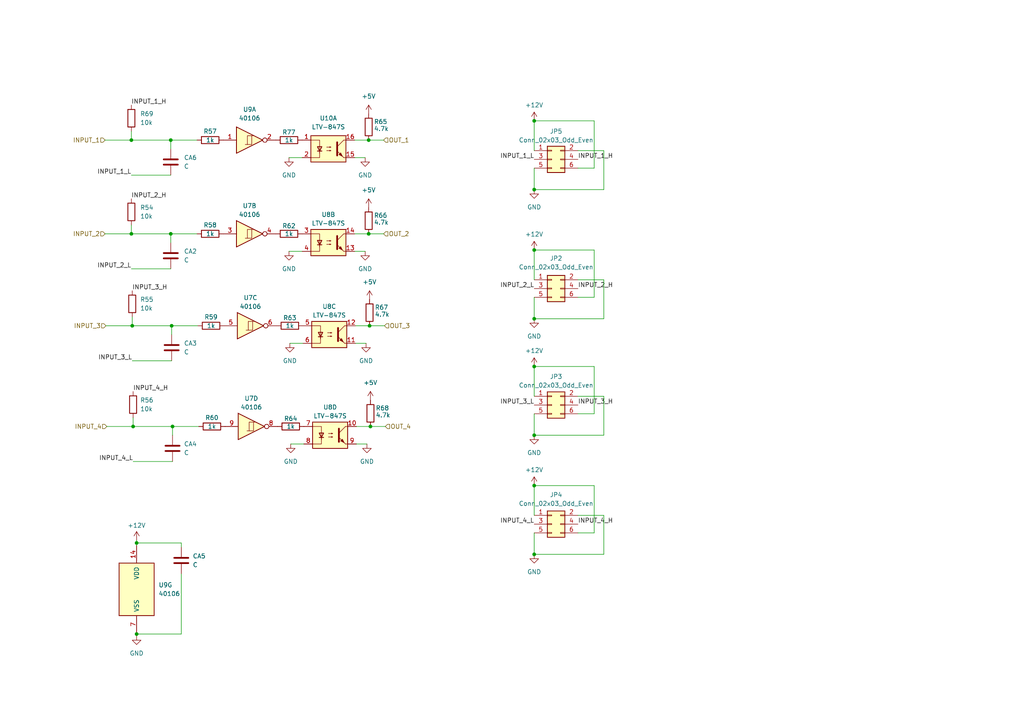
<source format=kicad_sch>
(kicad_sch (version 20230121) (generator eeschema)
  (paper "A4")
  (lib_symbols
    (symbol "4xxx:40106" (pin_names (offset 1.016))
      (property "Reference" "U" (at 0 1.27 0))
      (property "Value" "40106" (at 0 -1.27 0))
      (symbol "40106_1_0"
        (polyline (pts (xy -0.635 -1.27) (xy -0.635 1.27) (xy 0.635 1.27)))
        (polyline (pts (xy -3.81 3.81) (xy -3.81 -3.81) (xy 3.81 0) (xy -3.81 3.81)) (stroke (width 0.254)) (fill (type background)))
        (polyline (pts (xy -1.27 -1.27) (xy 0.635 -1.27) (xy 0.635 1.27) (xy 1.27 1.27)))
        (pin input line (at -7.62 0 0) (length 3.81) (name "~") (number "1"))
        (pin output inverted (at 7.62 0 180) (length 3.81) (name "~") (number "2"))
      )
      (symbol "40106_2_0"
        (polyline (pts (xy -0.635 -1.27) (xy -0.635 1.27) (xy 0.635 1.27)))
        (polyline (pts (xy -3.81 3.81) (xy -3.81 -3.81) (xy 3.81 0) (xy -3.81 3.81)) (stroke (width 0.254)) (fill (type background)))
        (polyline (pts (xy -1.27 -1.27) (xy 0.635 -1.27) (xy 0.635 1.27) (xy 1.27 1.27)))
        (pin input line (at -7.62 0 0) (length 3.81) (name "~") (number "3"))
        (pin output inverted (at 7.62 0 180) (length 3.81) (name "~") (number "4"))
      )
      (symbol "40106_3_0"
        (polyline (pts (xy -0.635 -1.27) (xy -0.635 1.27) (xy 0.635 1.27)))
        (polyline (pts (xy -3.81 3.81) (xy -3.81 -3.81) (xy 3.81 0) (xy -3.81 3.81)) (stroke (width 0.254)) (fill (type background)))
        (polyline (pts (xy -1.27 -1.27) (xy 0.635 -1.27) (xy 0.635 1.27) (xy 1.27 1.27)))
        (pin input line (at -7.62 0 0) (length 3.81) (name "~") (number "5"))
        (pin output inverted (at 7.62 0 180) (length 3.81) (name "~") (number "6"))
      )
      (symbol "40106_4_0"
        (polyline (pts (xy -0.635 -1.27) (xy -0.635 1.27) (xy 0.635 1.27)))
        (polyline (pts (xy -3.81 3.81) (xy -3.81 -3.81) (xy 3.81 0) (xy -3.81 3.81)) (stroke (width 0.254)) (fill (type background)))
        (polyline (pts (xy -1.27 -1.27) (xy 0.635 -1.27) (xy 0.635 1.27) (xy 1.27 1.27)))
        (pin output inverted (at 7.62 0 180) (length 3.81) (name "~") (number "8"))
        (pin input line (at -7.62 0 0) (length 3.81) (name "~") (number "9"))
      )
      (symbol "40106_5_0"
        (polyline (pts (xy -0.635 -1.27) (xy -0.635 1.27) (xy 0.635 1.27)))
        (polyline (pts (xy -3.81 3.81) (xy -3.81 -3.81) (xy 3.81 0) (xy -3.81 3.81)) (stroke (width 0.254)) (fill (type background)))
        (polyline (pts (xy -1.27 -1.27) (xy 0.635 -1.27) (xy 0.635 1.27) (xy 1.27 1.27)))
        (pin output inverted (at 7.62 0 180) (length 3.81) (name "~") (number "10"))
        (pin input line (at -7.62 0 0) (length 3.81) (name "~") (number "11"))
      )
      (symbol "40106_6_0"
        (polyline (pts (xy -0.635 -1.27) (xy -0.635 1.27) (xy 0.635 1.27)))
        (polyline (pts (xy -3.81 3.81) (xy -3.81 -3.81) (xy 3.81 0) (xy -3.81 3.81)) (stroke (width 0.254)) (fill (type background)))
        (polyline (pts (xy -1.27 -1.27) (xy 0.635 -1.27) (xy 0.635 1.27) (xy 1.27 1.27)))
        (pin output inverted (at 7.62 0 180) (length 3.81) (name "~") (number "12"))
        (pin input line (at -7.62 0 0) (length 3.81) (name "~") (number "13"))
      )
      (symbol "40106_7_0"
        (pin power_in line (at 0 12.7 270) (length 5.08) (name "VDD") (number "14"))
        (pin power_in line (at 0 -12.7 90) (length 5.08) (name "VSS") (number "7"))
      )
      (symbol "40106_7_1"
        (rectangle (start -5.08 7.62) (end 5.08 -7.62) (stroke (width 0.254)) (fill (type background)))
      )
    )
    (symbol "Connector_Generic:Conn_02x03_Odd_Even" (pin_names (offset 1.016) hide)
      (property "Reference" "J" (at 1.27 5.08 0))
      (property "Value" "Conn_02x03_Odd_Even" (at 1.27 -5.08 0))
      (symbol "Conn_02x03_Odd_Even_1_1"
        (rectangle (start -1.27 -2.413) (end 0 -2.667) (stroke (width 0.1524)))
        (rectangle (start -1.27 0.127) (end 0 -0.127) (stroke (width 0.1524)))
        (rectangle (start -1.27 2.667) (end 0 2.413) (stroke (width 0.1524)))
        (rectangle (start -1.27 3.81) (end 3.81 -3.81) (stroke (width 0.254)) (fill (type background)))
        (rectangle (start 3.81 -2.413) (end 2.54 -2.667) (stroke (width 0.1524)))
        (rectangle (start 3.81 0.127) (end 2.54 -0.127) (stroke (width 0.1524)))
        (rectangle (start 3.81 2.667) (end 2.54 2.413) (stroke (width 0.1524)))
        (pin passive line (at -5.08 2.54 0) (length 3.81) (name "Pin_1") (number "1"))
        (pin passive line (at 7.62 2.54 180) (length 3.81) (name "Pin_2") (number "2"))
        (pin passive line (at -5.08 0 0) (length 3.81) (name "Pin_3") (number "3"))
        (pin passive line (at 7.62 0 180) (length 3.81) (name "Pin_4") (number "4"))
        (pin passive line (at -5.08 -2.54 0) (length 3.81) (name "Pin_5") (number "5"))
        (pin passive line (at 7.62 -2.54 180) (length 3.81) (name "Pin_6") (number "6"))
      )
    )
    (symbol "Device:C" (pin_numbers hide) (pin_names (offset 0.254))
      (property "Reference" "C" (at 0.635 2.54 0))
      (property "Value" "C" (at 0.635 -2.54 0))
      (symbol "C_0_1"
        (polyline (pts (xy -2.032 -0.762) (xy 2.032 -0.762)) (stroke (width 0.508)))
        (polyline (pts (xy -2.032 0.762) (xy 2.032 0.762)) (stroke (width 0.508)))
      )
      (symbol "C_1_1"
        (pin passive line (at 0 3.81 270) (length 2.794) (name "~") (number "1"))
        (pin passive line (at 0 -3.81 90) (length 2.794) (name "~") (number "2"))
      )
    )
    (symbol "Device:R" (pin_numbers hide) (pin_names (offset 0))
      (property "Reference" "R" (at 2.032 0 90))
      (property "Value" "R" (at 0 0 90))
      (symbol "R_0_1"
        (rectangle (start -1.016 -2.54) (end 1.016 2.54) (stroke (width 0.254)))
      )
      (symbol "R_1_1"
        (pin passive line (at 0 3.81 270) (length 1.27) (name "~") (number "1"))
        (pin passive line (at 0 -3.81 90) (length 1.27) (name "~") (number "2"))
      )
    )
    (symbol "Isolator:LTV-847S" (pin_names (offset 1.016))
      (property "Reference" "U" (at -3.81 5.08 0))
      (property "Value" "LTV-847S" (at 0 -5.08 0))
      (symbol "LTV-847S_0_1"
        (rectangle (start -5.08 3.81) (end 5.08 -3.81) (stroke (width 0.254)) (fill (type background)))
        (polyline (pts (xy -3.175 -0.635) (xy -1.905 -0.635)) (stroke (width 0.254)))
        (polyline (pts (xy 2.54 0.635) (xy 4.445 2.54)))
        (polyline (pts (xy 4.445 -2.54) (xy 2.54 -0.635)) (fill (type outline)))
        (polyline (pts (xy 4.445 -2.54) (xy 5.08 -2.54)))
        (polyline (pts (xy 4.445 2.54) (xy 5.08 2.54)))
        (polyline (pts (xy -2.54 -0.635) (xy -2.54 -2.54) (xy -5.08 -2.54)))
        (polyline (pts (xy 2.54 1.905) (xy 2.54 -1.905) (xy 2.54 -1.905)) (stroke (width 0.508)))
        (polyline (pts (xy -5.08 2.54) (xy -2.54 2.54) (xy -2.54 -1.27) (xy -2.54 0.635)))
        (polyline (pts (xy -2.54 -0.635) (xy -3.175 0.635) (xy -1.905 0.635) (xy -2.54 -0.635)) (stroke (width 0.254)))
        (polyline (pts (xy -0.508 -0.508) (xy 0.762 -0.508) (xy 0.381 -0.635) (xy 0.381 -0.381) (xy 0.762 -0.508)))
        (polyline (pts (xy -0.508 0.508) (xy 0.762 0.508) (xy 0.381 0.381) (xy 0.381 0.635) (xy 0.762 0.508)))
        (polyline (pts (xy 3.048 -1.651) (xy 3.556 -1.143) (xy 4.064 -2.159) (xy 3.048 -1.651) (xy 3.048 -1.651)) (fill (type outline)))
      )
      (symbol "LTV-847S_1_1"
        (pin passive line (at -7.62 2.54 0) (length 2.54) (name "~") (number "1"))
        (pin passive line (at 7.62 -2.54 180) (length 2.54) (name "~") (number "15"))
        (pin passive line (at 7.62 2.54 180) (length 2.54) (name "~") (number "16"))
        (pin passive line (at -7.62 -2.54 0) (length 2.54) (name "~") (number "2"))
      )
      (symbol "LTV-847S_2_1"
        (pin passive line (at 7.62 -2.54 180) (length 2.54) (name "~") (number "13"))
        (pin passive line (at 7.62 2.54 180) (length 2.54) (name "~") (number "14"))
        (pin passive line (at -7.62 2.54 0) (length 2.54) (name "~") (number "3"))
        (pin passive line (at -7.62 -2.54 0) (length 2.54) (name "~") (number "4"))
      )
      (symbol "LTV-847S_3_1"
        (pin passive line (at 7.62 -2.54 180) (length 2.54) (name "~") (number "11"))
        (pin passive line (at 7.62 2.54 180) (length 2.54) (name "~") (number "12"))
        (pin passive line (at -7.62 2.54 0) (length 2.54) (name "~") (number "5"))
        (pin passive line (at -7.62 -2.54 0) (length 2.54) (name "~") (number "6"))
      )
      (symbol "LTV-847S_4_1"
        (pin passive line (at 7.62 2.54 180) (length 2.54) (name "~") (number "10"))
        (pin passive line (at -7.62 2.54 0) (length 2.54) (name "~") (number "7"))
        (pin passive line (at -7.62 -2.54 0) (length 2.54) (name "~") (number "8"))
        (pin passive line (at 7.62 -2.54 180) (length 2.54) (name "~") (number "9"))
      )
    )
    (symbol "power:+12V" (power) (pin_names (offset 0))
      (property "Value" "+12V" (at 0 3.556 0))
      (symbol "+12V_0_1"
        (polyline (pts (xy -0.762 1.27) (xy 0 2.54)))
        (polyline (pts (xy 0 0) (xy 0 2.54)))
        (polyline (pts (xy 0 2.54) (xy 0.762 1.27)))
      )
      (symbol "+12V_1_1"
        (pin power_in line (at 0 0 90) (length 0) hide (name "+12V") (number "1"))
      )
    )
    (symbol "power:+5V" (power) (pin_names (offset 0))
      (property "Value" "+5V" (at 0 3.556 0))
      (symbol "+5V_0_1"
        (polyline (pts (xy -0.762 1.27) (xy 0 2.54)))
        (polyline (pts (xy 0 0) (xy 0 2.54)))
        (polyline (pts (xy 0 2.54) (xy 0.762 1.27)))
      )
      (symbol "+5V_1_1"
        (pin power_in line (at 0 0 90) (length 0) hide (name "+5V") (number "1"))
      )
    )
    (symbol "power:GND" (power) (pin_names (offset 0))
      (property "Value" "GND" (at 0 -3.81 0))
      (symbol "GND_0_1"
        (polyline (pts (xy 0 0) (xy 0 -1.27) (xy 1.27 -1.27) (xy 0 -2.54) (xy -1.27 -1.27) (xy 0 -1.27)))
      )
      (symbol "GND_1_1"
        (pin power_in line (at 0 0 270) (length 0) hide (name "GND") (number "1"))
      )
    )
  )
  (junction (at 154.94 140.843))
  (junction (at 38.1 67.818))
  (junction (at 154.94 92.456))
  (junction (at 49.53 67.818))
  (junction (at 154.94 54.991))
  (junction (at 50.038 123.698))
  (junction (at 49.784 94.488))
  (junction (at 154.94 160.782))
  (junction (at 154.94 35.052))
  (junction (at 154.94 106.299))
  (junction (at 107.442 123.698))
  (junction (at 38.354 94.488))
  (junction (at 107.188 94.488))
  (junction (at 154.94 126.238))
  (junction (at 106.934 67.818))
  (junction (at 106.934 40.64))
  (junction (at 49.53 40.64))
  (junction (at 39.624 183.896))
  (junction (at 38.608 123.698))
  (junction (at 39.624 157.48))
  (junction (at 154.94 72.517))
  (junction (at 38.1 40.64))
  (wire (pts (xy 38.1 77.978) (xy 49.53 77.978)))
  (wire (pts (xy 103.378 123.698) (xy 107.442 123.698)))
  (wire (pts (xy 154.94 120.015) (xy 154.94 126.238)))
  (wire (pts (xy 57.15 40.64) (xy 49.53 40.64)))
  (wire (pts (xy 30.988 123.698) (xy 38.608 123.698)))
  (wire (pts (xy 39.624 157.48) (xy 52.578 157.48)))
  (wire (pts (xy 106.934 40.64) (xy 111.252 40.64)))
  (wire (pts (xy 172.339 72.517) (xy 154.94 72.517)))
  (wire (pts (xy 167.64 43.688) (xy 175.133 43.688)))
  (wire (pts (xy 172.339 106.299) (xy 154.94 106.299)))
  (wire (pts (xy 154.94 160.782) (xy 175.133 160.782)))
  (wire (pts (xy 39.624 184.404) (xy 39.624 183.896)))
  (wire (pts (xy 154.94 92.456) (xy 175.133 92.456)))
  (wire (pts (xy 154.94 48.768) (xy 154.94 54.991)))
  (wire (pts (xy 175.133 160.782) (xy 175.133 149.479)))
  (wire (pts (xy 84.074 99.568) (xy 87.884 99.568)))
  (wire (pts (xy 39.624 156.718) (xy 39.624 157.48)))
  (wire (pts (xy 172.339 48.768) (xy 172.339 35.052)))
  (wire (pts (xy 49.784 97.028) (xy 49.784 94.488)))
  (wire (pts (xy 84.328 128.778) (xy 88.138 128.778)))
  (wire (pts (xy 38.354 104.648) (xy 49.784 104.648)))
  (wire (pts (xy 102.87 40.64) (xy 106.934 40.64)))
  (wire (pts (xy 38.354 94.488) (xy 38.354 91.948)))
  (wire (pts (xy 107.188 94.488) (xy 111.506 94.488)))
  (wire (pts (xy 39.624 183.896) (xy 39.624 183.642)))
  (wire (pts (xy 49.53 67.818) (xy 38.1 67.818)))
  (wire (pts (xy 167.64 149.479) (xy 175.133 149.479)))
  (wire (pts (xy 102.87 72.898) (xy 105.918 72.898)))
  (wire (pts (xy 30.48 67.818) (xy 38.1 67.818)))
  (wire (pts (xy 83.82 72.898) (xy 87.63 72.898)))
  (wire (pts (xy 38.1 40.64) (xy 38.1 38.1)))
  (wire (pts (xy 103.124 99.568) (xy 106.172 99.568)))
  (wire (pts (xy 83.82 45.72) (xy 87.63 45.72)))
  (wire (pts (xy 167.64 86.233) (xy 172.339 86.233)))
  (wire (pts (xy 172.339 86.233) (xy 172.339 72.517)))
  (wire (pts (xy 175.133 54.991) (xy 175.133 43.688)))
  (wire (pts (xy 38.608 133.858) (xy 50.038 133.858)))
  (wire (pts (xy 154.94 106.299) (xy 154.94 114.935)))
  (wire (pts (xy 172.339 140.843) (xy 154.94 140.843)))
  (wire (pts (xy 172.339 35.052) (xy 154.94 35.052)))
  (wire (pts (xy 102.87 45.72) (xy 105.918 45.72)))
  (wire (pts (xy 30.48 40.64) (xy 38.1 40.64)))
  (wire (pts (xy 175.133 92.456) (xy 175.133 81.153)))
  (wire (pts (xy 50.038 126.238) (xy 50.038 123.698)))
  (wire (pts (xy 154.94 126.238) (xy 175.133 126.238)))
  (wire (pts (xy 38.608 123.698) (xy 38.608 121.158)))
  (wire (pts (xy 39.624 157.48) (xy 39.624 158.242)))
  (wire (pts (xy 167.64 114.935) (xy 175.133 114.935)))
  (wire (pts (xy 167.64 154.559) (xy 172.339 154.559)))
  (wire (pts (xy 57.658 123.698) (xy 50.038 123.698)))
  (wire (pts (xy 49.53 43.18) (xy 49.53 40.64)))
  (wire (pts (xy 49.53 40.64) (xy 38.1 40.64)))
  (wire (pts (xy 102.87 67.818) (xy 106.934 67.818)))
  (wire (pts (xy 30.734 94.488) (xy 38.354 94.488)))
  (wire (pts (xy 175.133 126.238) (xy 175.133 114.935)))
  (wire (pts (xy 154.94 72.517) (xy 154.94 81.153)))
  (wire (pts (xy 103.124 94.488) (xy 107.188 94.488)))
  (wire (pts (xy 52.578 166.37) (xy 52.578 183.896)))
  (wire (pts (xy 49.53 70.358) (xy 49.53 67.818)))
  (wire (pts (xy 107.442 123.698) (xy 111.76 123.698)))
  (wire (pts (xy 172.339 120.015) (xy 172.339 106.299)))
  (wire (pts (xy 52.578 183.896) (xy 39.624 183.896)))
  (wire (pts (xy 52.578 158.75) (xy 52.578 157.48)))
  (wire (pts (xy 103.378 128.778) (xy 106.426 128.778)))
  (wire (pts (xy 38.1 67.818) (xy 38.1 65.278)))
  (wire (pts (xy 57.404 94.488) (xy 49.784 94.488)))
  (wire (pts (xy 154.94 54.991) (xy 175.133 54.991)))
  (wire (pts (xy 167.64 48.768) (xy 172.339 48.768)))
  (wire (pts (xy 167.64 81.153) (xy 175.133 81.153)))
  (wire (pts (xy 106.934 67.818) (xy 111.252 67.818)))
  (wire (pts (xy 50.038 123.698) (xy 38.608 123.698)))
  (wire (pts (xy 154.94 154.559) (xy 154.94 160.782)))
  (wire (pts (xy 172.339 154.559) (xy 172.339 140.843)))
  (wire (pts (xy 49.784 94.488) (xy 38.354 94.488)))
  (wire (pts (xy 57.15 67.818) (xy 49.53 67.818)))
  (wire (pts (xy 154.94 86.233) (xy 154.94 92.456)))
  (wire (pts (xy 154.94 140.843) (xy 154.94 149.479)))
  (wire (pts (xy 38.1 50.8) (xy 49.53 50.8)))
  (wire (pts (xy 167.64 120.015) (xy 172.339 120.015)))
  (wire (pts (xy 154.94 35.052) (xy 154.94 43.688)))
  (label "INPUT_1_L" (at 38.1 50.8 180))
  (label "INPUT_3_H" (at 38.354 84.328 0))
  (label "INPUT_1_L" (at 154.94 46.228 180))
  (label "INPUT_2_L" (at 154.94 83.693 180))
  (label "INPUT_3_H" (at 167.64 117.475 0))
  (label "INPUT_3_L" (at 154.94 117.475 180))
  (label "INPUT_4_H" (at 38.608 113.538 0))
  (label "INPUT_4_H" (at 167.64 152.019 0))
  (label "INPUT_1_H" (at 38.1 30.48 0))
  (label "INPUT_4_L" (at 154.94 152.019 180))
  (label "INPUT_2_L" (at 38.1 77.978 180))
  (label "INPUT_4_L" (at 38.608 133.858 180))
  (label "INPUT_3_L" (at 38.354 104.648 180))
  (label "INPUT_1_H" (at 167.64 46.228 0))
  (label "INPUT_2_H" (at 167.64 83.693 0))
  (label "INPUT_2_H" (at 38.1 57.658 0))
  (hierarchical_label "OUT_4" (shape input) (at 111.76 123.698 0))
  (hierarchical_label "INPUT_3" (shape input) (at 30.734 94.488 180))
  (hierarchical_label "OUT_1" (shape input) (at 111.252 40.64 0))
  (hierarchical_label "INPUT_1" (shape input) (at 30.48 40.64 180))
  (hierarchical_label "OUT_3" (shape input) (at 111.506 94.488 0))
  (hierarchical_label "OUT_2" (shape input) (at 111.252 67.818 0))
  (hierarchical_label "INPUT_4" (shape input) (at 30.988 123.698 180))
  (hierarchical_label "INPUT_2" (shape input) (at 30.48 67.818 180))
  (symbol (lib_id "Isolator:LTV-847S") (at 95.758 126.238 0) (unit 4)
    (property "Reference" "U8" (at 95.758 118.11 0))
    (property "Value" "LTV-847S" (at 95.758 120.65 0))
    (property "Footprint" "Package_DIP:SMDIP-16_W9.53mm" (effects hide))
    (property "Datasheet" "http://www.us.liteon.com/downloads/LTV-817-827-847.PDF" (effects hide))
    (instances (project "SRPDU-N8-v1.3" (path "" (reference "U8") (unit 4)) (path "" (reference "U10") (unit 4))))
  )
  (symbol (lib_id "power:GND") (at 154.94 92.456 0) (unit 1)
    (property "Reference" "#PWR090" (effects hide))
    (property "Value" "GND" (at 154.94 97.536 0))
    (instances (project "SRPDU-N8-v1.3" (path "" (reference "#PWR090") (unit 1)) (path "" (reference "#PWR0112") (unit 1))))
  )
  (symbol (lib_id "Isolator:LTV-847S") (at 95.25 70.358 0) (unit 2)
    (property "Reference" "U8" (at 95.25 62.23 0))
    (property "Value" "LTV-847S" (at 95.25 64.77 0))
    (property "Footprint" "Package_DIP:SMDIP-16_W9.53mm" (effects hide))
    (property "Datasheet" "http://www.us.liteon.com/downloads/LTV-817-827-847.PDF" (effects hide))
    (instances (project "SRPDU-N8-v1.3" (path "" (reference "U8") (unit 2)) (path "" (reference "U10") (unit 2))))
  )
  (symbol (lib_id "Device:R") (at 60.96 40.64 90) (unit 1)
    (property "Reference" "R57" (at 60.96 38.1 90))
    (property "Value" "1k" (at 60.96 40.64 90))
    (property "Footprint" "Better_Handsolder:R_0805_2012Metric_Pad1.20x1.40mm_HandSolder_L" (effects hide))
    (instances (project "SRPDU-N8-v1.3" (path "" (reference "R57") (unit 1)) (path "" (reference "R73") (unit 1))))
  )
  (symbol (lib_id "Connector_Generic:Conn_02x03_Odd_Even") (at 160.02 152.019 0) (unit 1)
    (property "Reference" "JP4" (at 161.29 143.51 0))
    (property "Value" "Conn_02x03_Odd_Even" (at 161.29 146.05 0))
    (property "Footprint" "Better_Handsolder:PinHeader_2x03_P2.54mm_Vertical" (effects hide))
    (instances (project "SRPDU-N8-v1.3" (path "" (reference "JP4") (unit 1)) (path "" (reference "JP8") (unit 1))))
  )
  (symbol (lib_id "power:GND") (at 154.94 160.782 0) (unit 1)
    (property "Reference" "#PWR094" (effects hide))
    (property "Value" "GND" (at 154.94 165.862 0))
    (instances (project "SRPDU-N8-v1.3" (path "" (reference "#PWR094") (unit 1)) (path "" (reference "#PWR0116") (unit 1))))
  )
  (symbol (lib_id "power:GND") (at 39.624 184.404 0) (unit 1)
    (property "Reference" "#PWR074" (effects hide))
    (property "Value" "GND" (at 39.624 189.484 0))
    (instances (project "SRPDU-N8-v1.3" (path "" (reference "#PWR074") (unit 1)) (path "" (reference "#PWR096") (unit 1))))
  )
  (symbol (lib_id "Device:C") (at 49.784 100.838 0) (unit 1)
    (property "Reference" "CA3" (at 53.34 99.568 0) (effects (justify left)))
    (property "Value" "C" (at 53.34 102.108 0) (effects (justify left)))
    (property "Footprint" "Better_Handsolder:C_0805_2012Metric_Pad1.18x1.45mm_HandSolder_L" (effects hide))
    (instances (project "SRPDU-N8-v1.3" (path "" (reference "CA3") (unit 1)) (path "" (reference "CA8") (unit 1))))
  )
  (symbol (lib_id "Device:R") (at 38.1 61.468 0) (unit 1)
    (property "Reference" "R54" (at 40.64 60.198 0) (effects (justify left)))
    (property "Value" "10k" (at 40.64 62.738 0) (effects (justify left)))
    (property "Footprint" "Better_Handsolder:R_0805_2012Metric_Pad1.20x1.40mm_HandSolder_L" (effects hide))
    (instances (project "SRPDU-N8-v1.3" (path "" (reference "R54") (unit 1)) (path "" (reference "R70") (unit 1))))
  )
  (symbol (lib_id "Device:R") (at 107.188 90.678 180) (unit 1)
    (property "Reference" "R67" (at 108.712 89.154 0) (effects (justify right)))
    (property "Value" "4.7k" (at 108.712 91.186 0) (effects (justify right)))
    (property "Footprint" "Better_Handsolder:R_0805_2012Metric_Pad1.20x1.40mm_HandSolder_L" (effects hide))
    (instances (project "SRPDU-N8-v1.3" (path "" (reference "R67") (unit 1)) (path "" (reference "R83") (unit 1))))
  )
  (symbol (lib_id "Connector_Generic:Conn_02x03_Odd_Even") (at 160.02 117.475 0) (unit 1)
    (property "Reference" "JP3" (at 161.29 109.22 0))
    (property "Value" "Conn_02x03_Odd_Even" (at 161.29 111.76 0))
    (property "Footprint" "Better_Handsolder:PinHeader_2x03_P2.54mm_Vertical" (effects hide))
    (instances (project "SRPDU-N8-v1.3" (path "" (reference "JP3") (unit 1)) (path "" (reference "JP7") (unit 1))))
  )
  (symbol (lib_id "Device:R") (at 61.214 94.488 90) (unit 1)
    (property "Reference" "R59" (at 61.214 91.948 90))
    (property "Value" "1k" (at 61.214 94.488 90))
    (property "Footprint" "Better_Handsolder:R_0805_2012Metric_Pad1.20x1.40mm_HandSolder_L" (effects hide))
    (instances (project "SRPDU-N8-v1.3" (path "" (reference "R59") (unit 1)) (path "" (reference "R75") (unit 1))))
  )
  (symbol (lib_id "power:GND") (at 83.82 45.72 0) (unit 1)
    (property "Reference" "#PWR097" (effects hide))
    (property "Value" "GND" (at 83.82 50.8 0))
    (instances (project "SRPDU-N8-v1.3" (path "" (reference "#PWR097") (unit 1)) (path "" (reference "#PWR075") (unit 1))))
  )
  (symbol (lib_id "4xxx:40106") (at 72.644 94.488 0) (unit 3)
    (property "Reference" "U7" (at 72.644 86.36 0))
    (property "Value" "40106" (at 72.644 88.9 0))
    (property "Footprint" "CD40106BMT:SOIC127P600X175-14N" (effects hide))
    (property "Datasheet" "https://assets.nexperia.com/documents/data-sheet/HEF40106B.pdf" (effects hide))
    (instances (project "SRPDU-N8-v1.3" (path "" (reference "U7") (unit 3)) (path "" (reference "U9") (unit 3))))
  )
  (symbol (lib_id "Device:R") (at 84.074 94.488 90) (unit 1)
    (property "Reference" "R63" (at 84.074 92.202 90))
    (property "Value" "1k" (at 84.074 94.488 90))
    (property "Footprint" "Better_Handsolder:R_0805_2012Metric_Pad1.20x1.40mm_HandSolder_L" (effects hide))
    (instances (project "SRPDU-N8-v1.3" (path "" (reference "R63") (unit 1)) (path "" (reference "R79") (unit 1))))
  )
  (symbol (lib_id "Device:R") (at 84.328 123.698 90) (unit 1)
    (property "Reference" "R64" (at 84.328 121.412 90))
    (property "Value" "1k" (at 84.328 123.698 90))
    (property "Footprint" "Better_Handsolder:R_0805_2012Metric_Pad1.20x1.40mm_HandSolder_L" (effects hide))
    (instances (project "SRPDU-N8-v1.3" (path "" (reference "R64") (unit 1)) (path "" (reference "R80") (unit 1))))
  )
  (symbol (lib_id "power:+12V") (at 154.94 72.517 0) (unit 1)
    (property "Reference" "#PWR089" (effects hide))
    (property "Value" "+12V" (at 154.94 67.945 0))
    (instances (project "SRPDU-N8-v1.3" (path "" (reference "#PWR089") (unit 1)) (path "" (reference "#PWR0111") (unit 1))))
  )
  (symbol (lib_id "power:GND") (at 84.328 128.778 0) (unit 1)
    (property "Reference" "#PWR078" (effects hide))
    (property "Value" "GND" (at 84.328 133.858 0))
    (instances (project "SRPDU-N8-v1.3" (path "" (reference "#PWR078") (unit 1)) (path "" (reference "#PWR0100") (unit 1))))
  )
  (symbol (lib_id "Device:C") (at 50.038 130.048 0) (unit 1)
    (property "Reference" "CA4" (at 53.34 128.778 0) (effects (justify left)))
    (property "Value" "C" (at 53.34 131.318 0) (effects (justify left)))
    (property "Footprint" "Better_Handsolder:C_0805_2012Metric_Pad1.18x1.45mm_HandSolder_L" (effects hide))
    (instances (project "SRPDU-N8-v1.3" (path "" (reference "CA4") (unit 1)) (path "" (reference "CA9") (unit 1))))
  )
  (symbol (lib_id "power:+12V") (at 154.94 140.843 0) (unit 1)
    (property "Reference" "#PWR093" (effects hide))
    (property "Value" "+12V" (at 154.94 136.271 0))
    (instances (project "SRPDU-N8-v1.3" (path "" (reference "#PWR093") (unit 1)) (path "" (reference "#PWR0115") (unit 1))))
  )
  (symbol (lib_id "power:GND") (at 105.918 45.72 0) (unit 1)
    (property "Reference" "#PWR079" (effects hide))
    (property "Value" "GND" (at 105.918 50.8 0))
    (instances (project "SRPDU-N8-v1.3" (path "" (reference "#PWR079") (unit 1)) (path "" (reference "#PWR0101") (unit 1))))
  )
  (symbol (lib_id "Device:R") (at 106.934 64.008 180) (unit 1)
    (property "Reference" "R66" (at 108.458 62.484 0) (effects (justify right)))
    (property "Value" "4.7k" (at 108.458 64.516 0) (effects (justify right)))
    (property "Footprint" "Better_Handsolder:R_0805_2012Metric_Pad1.20x1.40mm_HandSolder_L" (effects hide))
    (instances (project "SRPDU-N8-v1.3" (path "" (reference "R66") (unit 1)) (path "" (reference "R82") (unit 1))))
  )
  (symbol (lib_id "Isolator:LTV-847S") (at 95.25 43.18 0) (unit 1)
    (property "Reference" "U10" (at 95.25 34.29 0))
    (property "Value" "LTV-847S" (at 95.25 36.83 0))
    (property "Footprint" "Package_DIP:SMDIP-16_W9.53mm" (effects hide))
    (property "Datasheet" "http://www.us.liteon.com/downloads/LTV-817-827-847.PDF" (effects hide))
    (instances (project "SRPDU-N8-v1.3" (path "" (reference "U10") (unit 1)) (path "" (reference "U8") (unit 1))))
  )
  (symbol (lib_id "Device:R") (at 61.468 123.698 90) (unit 1)
    (property "Reference" "R60" (at 61.468 121.158 90))
    (property "Value" "1k" (at 61.468 123.698 90))
    (property "Footprint" "Better_Handsolder:R_0805_2012Metric_Pad1.20x1.40mm_HandSolder_L" (effects hide))
    (instances (project "SRPDU-N8-v1.3" (path "" (reference "R60") (unit 1)) (path "" (reference "R76") (unit 1))))
  )
  (symbol (lib_id "power:+12V") (at 39.624 156.718 0) (unit 1)
    (property "Reference" "#PWR095" (effects hide))
    (property "Value" "+12V" (at 39.624 152.4 0))
    (instances (project "SRPDU-N8-v1.3" (path "" (reference "#PWR095") (unit 1)) (path "" (reference "#PWR073") (unit 1))))
  )
  (symbol (lib_id "power:+5V") (at 106.934 60.198 0) (unit 1)
    (property "Reference" "#PWR084" (effects hide))
    (property "Value" "+5V" (at 106.934 55.118 0))
    (instances (project "SRPDU-N8-v1.3" (path "" (reference "#PWR084") (unit 1)) (path "" (reference "#PWR0106") (unit 1))))
  )
  (symbol (lib_id "power:GND") (at 106.426 128.778 0) (unit 1)
    (property "Reference" "#PWR082" (effects hide))
    (property "Value" "GND" (at 106.426 133.858 0))
    (instances (project "SRPDU-N8-v1.3" (path "" (reference "#PWR082") (unit 1)) (path "" (reference "#PWR0104") (unit 1))))
  )
  (symbol (lib_id "Isolator:LTV-847S") (at 95.504 97.028 0) (unit 3)
    (property "Reference" "U8" (at 95.504 88.9 0))
    (property "Value" "LTV-847S" (at 95.504 91.44 0))
    (property "Footprint" "Package_DIP:SMDIP-16_W9.53mm" (effects hide))
    (property "Datasheet" "http://www.us.liteon.com/downloads/LTV-817-827-847.PDF" (effects hide))
    (instances (project "SRPDU-N8-v1.3" (path "" (reference "U8") (unit 3)) (path "" (reference "U10") (unit 3))))
  )
  (symbol (lib_id "Device:R") (at 83.82 67.818 90) (unit 1)
    (property "Reference" "R62" (at 83.82 65.532 90))
    (property "Value" "1k" (at 83.82 67.818 90))
    (property "Footprint" "Better_Handsolder:R_0805_2012Metric_Pad1.20x1.40mm_HandSolder_L" (effects hide))
    (instances (project "SRPDU-N8-v1.3" (path "" (reference "R62") (unit 1)) (path "" (reference "R78") (unit 1))))
  )
  (symbol (lib_id "power:GND") (at 83.82 72.898 0) (unit 1)
    (property "Reference" "#PWR076" (effects hide))
    (property "Value" "GND" (at 83.82 77.978 0))
    (instances (project "SRPDU-N8-v1.3" (path "" (reference "#PWR076") (unit 1)) (path "" (reference "#PWR098") (unit 1))))
  )
  (symbol (lib_id "power:GND") (at 106.172 99.568 0) (unit 1)
    (property "Reference" "#PWR081" (effects hide))
    (property "Value" "GND" (at 106.172 104.648 0))
    (instances (project "SRPDU-N8-v1.3" (path "" (reference "#PWR081") (unit 1)) (path "" (reference "#PWR0103") (unit 1))))
  )
  (symbol (lib_id "power:+5V") (at 106.934 33.02 0) (unit 1)
    (property "Reference" "#PWR0105" (effects hide))
    (property "Value" "+5V" (at 106.934 27.94 0))
    (instances (project "SRPDU-N8-v1.3" (path "" (reference "#PWR0105") (unit 1)) (path "" (reference "#PWR083") (unit 1))))
  )
  (symbol (lib_id "Device:R") (at 38.354 88.138 0) (unit 1)
    (property "Reference" "R55" (at 40.64 86.868 0) (effects (justify left)))
    (property "Value" "10k" (at 40.64 89.408 0) (effects (justify left)))
    (property "Footprint" "Better_Handsolder:R_0805_2012Metric_Pad1.20x1.40mm_HandSolder_L" (effects hide))
    (instances (project "SRPDU-N8-v1.3" (path "" (reference "R55") (unit 1)) (path "" (reference "R71") (unit 1))))
  )
  (symbol (lib_id "power:GND") (at 154.94 54.991 0) (unit 1)
    (property "Reference" "#PWR088" (effects hide))
    (property "Value" "GND" (at 154.94 60.071 0))
    (instances (project "SRPDU-N8-v1.3" (path "" (reference "#PWR088") (unit 1)) (path "" (reference "#PWR0110") (unit 1))))
  )
  (symbol (lib_id "Device:R") (at 38.608 117.348 0) (unit 1)
    (property "Reference" "R56" (at 40.64 116.078 0) (effects (justify left)))
    (property "Value" "10k" (at 40.64 118.618 0) (effects (justify left)))
    (property "Footprint" "Better_Handsolder:R_0805_2012Metric_Pad1.20x1.40mm_HandSolder_L" (effects hide))
    (instances (project "SRPDU-N8-v1.3" (path "" (reference "R56") (unit 1)) (path "" (reference "R72") (unit 1))))
  )
  (symbol (lib_id "Device:R") (at 83.82 40.64 90) (unit 1)
    (property "Reference" "R77" (at 83.82 38.354 90))
    (property "Value" "1k" (at 83.82 40.64 90))
    (property "Footprint" "Better_Handsolder:R_0805_2012Metric_Pad1.20x1.40mm_HandSolder_L" (effects hide))
    (instances (project "SRPDU-N8-v1.3" (path "" (reference "R77") (unit 1)) (path "" (reference "R61") (unit 1))))
  )
  (symbol (lib_id "Device:C") (at 49.53 74.168 0) (unit 1)
    (property "Reference" "CA2" (at 53.34 72.898 0) (effects (justify left)))
    (property "Value" "C" (at 53.34 75.438 0) (effects (justify left)))
    (property "Footprint" "Better_Handsolder:C_0805_2012Metric_Pad1.18x1.45mm_HandSolder_L" (effects hide))
    (instances (project "SRPDU-N8-v1.3" (path "" (reference "CA2") (unit 1)) (path "" (reference "CA7") (unit 1))))
  )
  (symbol (lib_id "power:+12V") (at 154.94 106.299 0) (unit 1)
    (property "Reference" "#PWR091" (effects hide))
    (property "Value" "+12V" (at 154.94 101.727 0))
    (instances (project "SRPDU-N8-v1.3" (path "" (reference "#PWR091") (unit 1)) (path "" (reference "#PWR0113") (unit 1))))
  )
  (symbol (lib_id "power:+5V") (at 107.442 116.078 0) (unit 1)
    (property "Reference" "#PWR086" (effects hide))
    (property "Value" "+5V" (at 107.442 110.998 0))
    (instances (project "SRPDU-N8-v1.3" (path "" (reference "#PWR086") (unit 1)) (path "" (reference "#PWR0108") (unit 1))))
  )
  (symbol (lib_id "Connector_Generic:Conn_02x03_Odd_Even") (at 160.02 46.228 0) (unit 1)
    (property "Reference" "JP5" (at 161.29 38.1 0))
    (property "Value" "Conn_02x03_Odd_Even" (at 161.29 40.64 0))
    (property "Footprint" "Better_Handsolder:PinHeader_2x03_P2.54mm_Vertical" (effects hide))
    (instances (project "SRPDU-N8-v1.3" (path "" (reference "JP5") (unit 1)) (path "" (reference "JP1") (unit 1))))
  )
  (symbol (lib_id "Device:R") (at 38.1 34.29 0) (unit 1)
    (property "Reference" "R69" (at 40.64 33.02 0) (effects (justify left)))
    (property "Value" "10k" (at 40.64 35.56 0) (effects (justify left)))
    (property "Footprint" "Better_Handsolder:R_0805_2012Metric_Pad1.20x1.40mm_HandSolder_L" (effects hide))
    (instances (project "SRPDU-N8-v1.3" (path "" (reference "R69") (unit 1)) (path "" (reference "R53") (unit 1))))
  )
  (symbol (lib_id "power:+12V") (at 154.94 35.052 0) (unit 1)
    (property "Reference" "#PWR087" (effects hide))
    (property "Value" "+12V" (at 154.94 30.48 0))
    (instances (project "SRPDU-N8-v1.3" (path "" (reference "#PWR087") (unit 1)) (path "" (reference "#PWR0109") (unit 1))))
  )
  (symbol (lib_id "Device:R") (at 60.96 67.818 90) (unit 1)
    (property "Reference" "R58" (at 60.96 65.278 90))
    (property "Value" "1k" (at 60.96 67.818 90))
    (property "Footprint" "Better_Handsolder:R_0805_2012Metric_Pad1.20x1.40mm_HandSolder_L" (effects hide))
    (instances (project "SRPDU-N8-v1.3" (path "" (reference "R58") (unit 1)) (path "" (reference "R74") (unit 1))))
  )
  (symbol (lib_id "Device:C") (at 49.53 46.99 0) (unit 1)
    (property "Reference" "CA6" (at 53.34 45.72 0) (effects (justify left)))
    (property "Value" "C" (at 53.34 48.26 0) (effects (justify left)))
    (property "Footprint" "Better_Handsolder:C_0805_2012Metric_Pad1.18x1.45mm_HandSolder_L" (effects hide))
    (instances (project "SRPDU-N8-v1.3" (path "" (reference "CA6") (unit 1)) (path "" (reference "CA1") (unit 1))))
  )
  (symbol (lib_id "power:GND") (at 84.074 99.568 0) (unit 1)
    (property "Reference" "#PWR077" (effects hide))
    (property "Value" "GND" (at 84.074 104.648 0))
    (instances (project "SRPDU-N8-v1.3" (path "" (reference "#PWR077") (unit 1)) (path "" (reference "#PWR099") (unit 1))))
  )
  (symbol (lib_id "power:GND") (at 105.918 72.898 0) (unit 1)
    (property "Reference" "#PWR080" (effects hide))
    (property "Value" "GND" (at 105.918 77.978 0))
    (instances (project "SRPDU-N8-v1.3" (path "" (reference "#PWR080") (unit 1)) (path "" (reference "#PWR0102") (unit 1))))
  )
  (symbol (lib_id "4xxx:40106") (at 72.39 40.64 0) (unit 1)
    (property "Reference" "U9" (at 72.39 31.75 0))
    (property "Value" "40106" (at 72.39 34.29 0))
    (property "Footprint" "CD40106BMT:SOIC127P600X175-14N" (effects hide))
    (property "Datasheet" "https://assets.nexperia.com/documents/data-sheet/HEF40106B.pdf" (effects hide))
    (instances (project "SRPDU-N8-v1.3" (path "" (reference "U9") (unit 1)) (path "" (reference "U7") (unit 1))))
  )
  (symbol (lib_id "Device:R") (at 107.442 119.888 180) (unit 1)
    (property "Reference" "R68" (at 108.966 118.364 0) (effects (justify right)))
    (property "Value" "4.7k" (at 108.966 120.396 0) (effects (justify right)))
    (property "Footprint" "Better_Handsolder:R_0805_2012Metric_Pad1.20x1.40mm_HandSolder_L" (effects hide))
    (instances (project "SRPDU-N8-v1.3" (path "" (reference "R68") (unit 1)) (path "" (reference "R84") (unit 1))))
  )
  (symbol (lib_id "Device:R") (at 106.934 36.83 180) (unit 1)
    (property "Reference" "R65" (at 108.458 35.306 0) (effects (justify right)))
    (property "Value" "4.7k" (at 108.458 37.338 0) (effects (justify right)))
    (property "Footprint" "Better_Handsolder:R_0805_2012Metric_Pad1.20x1.40mm_HandSolder_L" (effects hide))
    (instances (project "SRPDU-N8-v1.3" (path "" (reference "R65") (unit 1)) (path "" (reference "R81") (unit 1))))
  )
  (symbol (lib_id "power:GND") (at 154.94 126.238 0) (unit 1)
    (property "Reference" "#PWR092" (effects hide))
    (property "Value" "GND" (at 154.94 131.318 0))
    (instances (project "SRPDU-N8-v1.3" (path "" (reference "#PWR092") (unit 1)) (path "" (reference "#PWR0114") (unit 1))))
  )
  (symbol (lib_id "power:+5V") (at 107.188 86.868 0) (unit 1)
    (property "Reference" "#PWR085" (effects hide))
    (property "Value" "+5V" (at 107.188 81.788 0))
    (instances (project "SRPDU-N8-v1.3" (path "" (reference "#PWR085") (unit 1)) (path "" (reference "#PWR0107") (unit 1))))
  )
  (symbol (lib_id "4xxx:40106") (at 72.898 123.698 0) (unit 4)
    (property "Reference" "U7" (at 72.898 115.57 0))
    (property "Value" "40106" (at 72.898 118.11 0))
    (property "Footprint" "CD40106BMT:SOIC127P600X175-14N" (effects hide))
    (property "Datasheet" "https://assets.nexperia.com/documents/data-sheet/HEF40106B.pdf" (effects hide))
    (instances (project "SRPDU-N8-v1.3" (path "" (reference "U7") (unit 4)) (path "" (reference "U9") (unit 4))))
  )
  (symbol (lib_id "Connector_Generic:Conn_02x03_Odd_Even") (at 160.02 83.693 0) (unit 1)
    (property "Reference" "JP2" (at 161.29 74.93 0))
    (property "Value" "Conn_02x03_Odd_Even" (at 161.29 77.47 0))
    (property "Footprint" "Better_Handsolder:PinHeader_2x03_P2.54mm_Vertical" (effects hide))
    (instances (project "SRPDU-N8-v1.3" (path "" (reference "JP2") (unit 1)) (path "" (reference "JP6") (unit 1))))
  )
  (symbol (lib_id "4xxx:40106") (at 72.39 67.818 0) (unit 2)
    (property "Reference" "U7" (at 72.39 59.69 0))
    (property "Value" "40106" (at 72.39 62.23 0))
    (property "Footprint" "CD40106BMT:SOIC127P600X175-14N" (effects hide))
    (property "Datasheet" "https://assets.nexperia.com/documents/data-sheet/HEF40106B.pdf" (effects hide))
    (instances (project "SRPDU-N8-v1.3" (path "" (reference "U7") (unit 2)) (path "" (reference "U9") (unit 2))))
  )
  (symbol (lib_id "Device:C") (at 52.578 162.56 0) (unit 1)
    (property "Reference" "CA5" (at 55.88 161.29 0) (effects (justify left)))
    (property "Value" "C" (at 55.88 163.83 0) (effects (justify left)))
    (property "Footprint" "Better_Handsolder:C_0805_2012Metric_Pad1.18x1.45mm_HandSolder_L" (effects hide))
    (instances (project "SRPDU-N8-v1.3" (path "" (reference "CA5") (unit 1)) (path "" (reference "CA10") (unit 1))))
  )
  (symbol (lib_id "4xxx:40106") (at 39.624 170.942 0) (unit 7)
    (property "Reference" "U9" (at 45.974 169.672 0) (effects (justify left)))
    (property "Value" "40106" (at 45.974 172.212 0) (effects (justify left)))
    (property "Footprint" "CD40106BMT:SOIC127P600X175-14N" (effects hide))
    (property "Datasheet" "https://assets.nexperia.com/documents/data-sheet/HEF40106B.pdf" (effects hide))
    (instances (project "SRPDU-N8-v1.3" (path "" (reference "U9") (unit 7)) (path "" (reference "U7") (unit 7))))
  )
)
</source>
